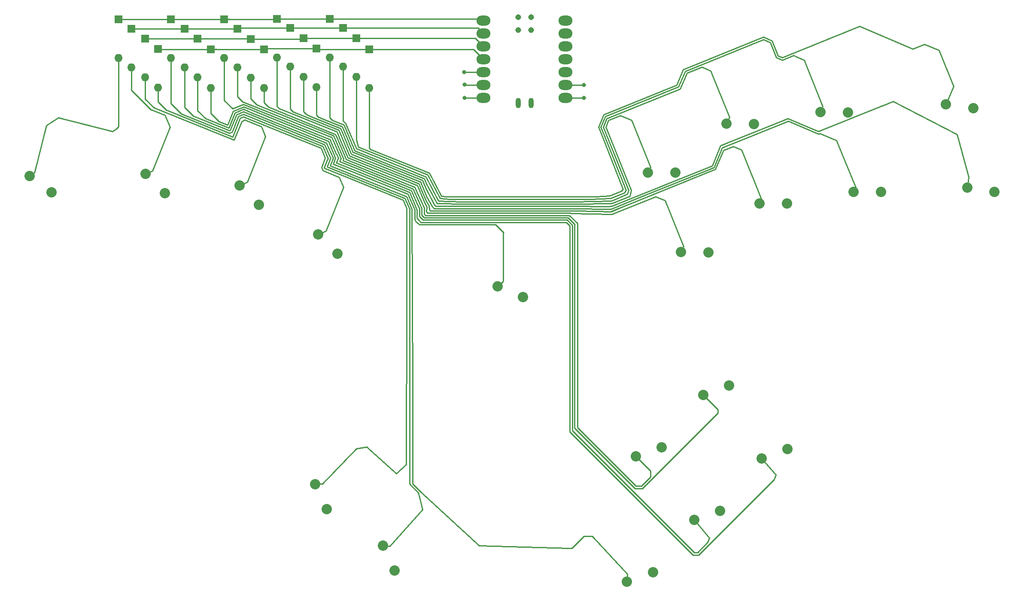
<source format=gbr>
%TF.GenerationSoftware,KiCad,Pcbnew,(6.0.4-0)*%
%TF.CreationDate,2022-07-27T23:48:03+02:00*%
%TF.ProjectId,ergosmash,6572676f-736d-4617-9368-2e6b69636164,rev?*%
%TF.SameCoordinates,Original*%
%TF.FileFunction,Copper,L1,Top*%
%TF.FilePolarity,Positive*%
%FSLAX46Y46*%
G04 Gerber Fmt 4.6, Leading zero omitted, Abs format (unit mm)*
G04 Created by KiCad (PCBNEW (6.0.4-0)) date 2022-07-27 23:48:03*
%MOMM*%
%LPD*%
G01*
G04 APERTURE LIST*
%TA.AperFunction,ComponentPad*%
%ADD10C,2.032000*%
%TD*%
%TA.AperFunction,SMDPad,CuDef*%
%ADD11C,1.143000*%
%TD*%
%TA.AperFunction,SMDPad,CuDef*%
%ADD12O,1.016000X2.032000*%
%TD*%
%TA.AperFunction,SMDPad,CuDef*%
%ADD13O,2.748280X1.998980*%
%TD*%
%TA.AperFunction,ComponentPad*%
%ADD14R,1.600000X1.600000*%
%TD*%
%TA.AperFunction,ComponentPad*%
%ADD15O,1.600000X1.600000*%
%TD*%
%TA.AperFunction,ViaPad*%
%ADD16C,0.800000*%
%TD*%
%TA.AperFunction,Conductor*%
%ADD17C,0.250000*%
%TD*%
G04 APERTURE END LIST*
D10*
%TO.P,SW20,2,2*%
%TO.N,SW20*%
X228011869Y-56570486D03*
%TO.P,SW20,1,1*%
%TO.N,col4*%
X233378405Y-57351696D03*
%TD*%
%TO.P,SW19,2,2*%
%TO.N,SW19*%
X203241397Y-58122687D03*
%TO.P,SW19,1,1*%
%TO.N,col4*%
X208664430Y-58149417D03*
%TD*%
%TO.P,SW18,2,2*%
%TO.N,SW18*%
X184753977Y-60415123D03*
%TO.P,SW18,1,1*%
%TO.N,col4*%
X190177010Y-60441853D03*
%TD*%
%TO.P,SW17,2,2*%
%TO.N,SW17*%
X169225947Y-70032310D03*
%TO.P,SW17,1,1*%
%TO.N,col4*%
X174648980Y-70059040D03*
%TD*%
%TO.P,SW16,2,2*%
%TO.N,SW16*%
X232221571Y-73041321D03*
%TO.P,SW16,1,1*%
%TO.N,col3*%
X237588107Y-73822531D03*
%TD*%
%TO.P,SW15,2,2*%
%TO.N,SW15*%
X209795147Y-73809891D03*
%TO.P,SW15,1,1*%
%TO.N,col3*%
X215218180Y-73836621D03*
%TD*%
%TO.P,SW14,1,1*%
%TO.N,col3*%
X196656239Y-76159167D03*
%TO.P,SW14,2,2*%
%TO.N,SW14*%
X191233206Y-76132437D03*
%TD*%
%TO.P,SW13,1,1*%
%TO.N,col3*%
X181202729Y-85746245D03*
%TO.P,SW13,2,2*%
%TO.N,SW13*%
X175779696Y-85719515D03*
%TD*%
%TO.P,SW12,1,1*%
%TO.N,col2*%
X171973818Y-124190514D03*
%TO.P,SW12,2,2*%
%TO.N,SW12*%
X166868692Y-126020183D03*
%TD*%
%TO.P,SW11,1,1*%
%TO.N,col2*%
X185244812Y-112029890D03*
%TO.P,SW11,2,2*%
%TO.N,SW11*%
X180139686Y-113859559D03*
%TD*%
%TO.P,SW10,1,1*%
%TO.N,col2*%
X183458857Y-136724230D03*
%TO.P,SW10,2,2*%
%TO.N,SW10*%
X178353731Y-138553899D03*
%TD*%
%TO.P,SW9,1,1*%
%TO.N,col2*%
X196729847Y-124563605D03*
%TO.P,SW9,2,2*%
%TO.N,SW9*%
X191624721Y-126393274D03*
%TD*%
%TO.P,SW7,1,1*%
%TO.N,col1*%
X144588470Y-94575535D03*
%TO.P,SW7,2,2*%
%TO.N,SW8*%
X139588470Y-92475535D03*
%TD*%
%TO.P,SW7,1,1*%
%TO.N,col1*%
X170210152Y-148864430D03*
%TO.P,SW7,2,2*%
%TO.N,SW7*%
X165105026Y-150694099D03*
%TD*%
%TO.P,SW6,1,1*%
%TO.N,col1*%
X119314872Y-148544527D03*
%TO.P,SW6,2,2*%
%TO.N,SW6*%
X117004323Y-143638270D03*
%TD*%
%TO.P,SW5,2,2*%
%TO.N,SW5*%
X103586235Y-131535711D03*
%TO.P,SW5,1,1*%
%TO.N,col1*%
X105896784Y-136441968D03*
%TD*%
%TO.P,SW4,2,2*%
%TO.N,SW4*%
X104183724Y-82199424D03*
%TO.P,SW4,1,1*%
%TO.N,col0*%
X108032969Y-86019543D03*
%TD*%
%TO.P,SW3,2,2*%
%TO.N,SW3*%
X88701943Y-72539485D03*
%TO.P,SW3,1,1*%
%TO.N,col0*%
X92551188Y-76359604D03*
%TD*%
%TO.P,SW2,2,2*%
%TO.N,SW2*%
X70158695Y-70270582D03*
%TO.P,SW2,1,1*%
%TO.N,col0*%
X74007940Y-74090701D03*
%TD*%
%TO.P,SW1,2,2*%
%TO.N,SW1*%
X47290051Y-70706102D03*
%TO.P,SW1,1,1*%
%TO.N,col0*%
X51633494Y-73953333D03*
%TD*%
D11*
%TO.P,U1,20,GND*%
%TO.N,unconnected-(U1-Pad20)*%
X146212864Y-41895990D03*
%TO.P,U1,19,RESET*%
%TO.N,unconnected-(U1-Pad19)*%
X143672864Y-41895990D03*
%TO.P,U1,18,PA30_SWCLK*%
%TO.N,unconnected-(U1-Pad18)*%
X146212864Y-39355990D03*
%TO.P,U1,17,PA31_SWDIO*%
%TO.N,unconnected-(U1-Pad17)*%
X143672864Y-39355990D03*
D12*
%TO.P,U1,16,GND*%
%TO.N,unconnected-(U1-Pad16)*%
X146224061Y-56360177D03*
%TO.P,U1,15,5V*%
%TO.N,unconnected-(U1-Pad15)*%
X143674061Y-56360177D03*
D13*
%TO.P,U1,1,PA02_A0_D0*%
%TO.N,row0*%
X136807181Y-40042357D03*
%TO.P,U1,2,PA4_A1_D1*%
%TO.N,row1*%
X136807181Y-42582357D03*
%TO.P,U1,3,PA10_A2_D2*%
%TO.N,row2*%
X136807181Y-45122357D03*
%TO.P,U1,4,PA11_A3_D3*%
%TO.N,row3*%
X136807181Y-47662357D03*
%TO.P,U1,5,PA8_A4_D4_SDA*%
%TO.N,col0*%
X136807181Y-50202357D03*
%TO.P,U1,6,PA9_A5_D5_SCL*%
%TO.N,col1*%
X136807181Y-52742357D03*
%TO.P,U1,7,PB08_A6_D6_TX*%
%TO.N,col2*%
X136807181Y-55282357D03*
%TO.P,U1,8,PB09_A7_D7_RX*%
%TO.N,col3*%
X152971741Y-55282357D03*
%TO.P,U1,9,PA7_A8_D8_SCK*%
%TO.N,col4*%
X152971741Y-52742357D03*
%TO.P,U1,10,PA5_A9_D9_MISO*%
%TO.N,unconnected-(U1-Pad10)*%
X152971741Y-50202357D03*
%TO.P,U1,11,PA6_A10_D10_MOSI*%
%TO.N,unconnected-(U1-Pad11)*%
X152971741Y-47662357D03*
%TO.P,U1,12,3V3*%
%TO.N,unconnected-(U1-Pad12)*%
X152971741Y-45122357D03*
%TO.P,U1,13,GND*%
%TO.N,unconnected-(U1-Pad13)*%
X152971741Y-42582357D03*
%TO.P,U1,14,5V*%
%TO.N,unconnected-(U1-Pad14)*%
X152971741Y-40042357D03*
%TD*%
D14*
%TO.P,D20,1,K*%
%TO.N,row3*%
X114300000Y-45731866D03*
D15*
%TO.P,D20,2,A*%
%TO.N,SW20*%
X114300000Y-53351866D03*
%TD*%
%TO.P,D19,2,A*%
%TO.N,SW19*%
X111700000Y-51161864D03*
D14*
%TO.P,D19,1,K*%
%TO.N,row2*%
X111700000Y-43541864D03*
%TD*%
D15*
%TO.P,D18,2,A*%
%TO.N,SW18*%
X109100000Y-49161865D03*
D14*
%TO.P,D18,1,K*%
%TO.N,row1*%
X109100000Y-41541865D03*
%TD*%
D15*
%TO.P,D17,2,A*%
%TO.N,SW17*%
X106500000Y-47351868D03*
D14*
%TO.P,D17,1,K*%
%TO.N,row0*%
X106500000Y-39731868D03*
%TD*%
D15*
%TO.P,D16,2,A*%
%TO.N,SW16*%
X103900000Y-53161866D03*
D14*
%TO.P,D16,1,K*%
%TO.N,row3*%
X103900000Y-45541866D03*
%TD*%
D15*
%TO.P,D15,2,A*%
%TO.N,SW15*%
X101300000Y-51161867D03*
D14*
%TO.P,D15,1,K*%
%TO.N,row2*%
X101300000Y-43541867D03*
%TD*%
D15*
%TO.P,D14,2,A*%
%TO.N,SW14*%
X98700000Y-49161865D03*
D14*
%TO.P,D14,1,K*%
%TO.N,row1*%
X98700000Y-41541865D03*
%TD*%
D15*
%TO.P,D13,2,A*%
%TO.N,SW13*%
X96100000Y-47351864D03*
D14*
%TO.P,D13,1,K*%
%TO.N,row0*%
X96100000Y-39731864D03*
%TD*%
D15*
%TO.P,D12,2,A*%
%TO.N,SW12*%
X93500000Y-53351866D03*
D14*
%TO.P,D12,1,K*%
%TO.N,row3*%
X93500000Y-45731866D03*
%TD*%
D15*
%TO.P,D11,2,A*%
%TO.N,SW11*%
X90900000Y-51351868D03*
D14*
%TO.P,D11,1,K*%
%TO.N,row2*%
X90900000Y-43731868D03*
%TD*%
D15*
%TO.P,D10,2,A*%
%TO.N,SW10*%
X88300000Y-49281869D03*
D14*
%TO.P,D10,1,K*%
%TO.N,row1*%
X88300000Y-41661869D03*
%TD*%
D15*
%TO.P,D9,2,A*%
%TO.N,SW9*%
X85700000Y-47471865D03*
D14*
%TO.P,D9,1,K*%
%TO.N,row0*%
X85700000Y-39851865D03*
%TD*%
D15*
%TO.P,D8,2,A*%
%TO.N,SW8*%
X83047150Y-53351868D03*
D14*
%TO.P,D8,1,K*%
%TO.N,row3*%
X83047150Y-45731868D03*
%TD*%
D15*
%TO.P,D7,2,A*%
%TO.N,SW7*%
X80447156Y-51281864D03*
D14*
%TO.P,D7,1,K*%
%TO.N,row2*%
X80447156Y-43661864D03*
%TD*%
D15*
%TO.P,D6,2,A*%
%TO.N,SW6*%
X77847152Y-49281867D03*
D14*
%TO.P,D6,1,K*%
%TO.N,row1*%
X77847152Y-41661867D03*
%TD*%
%TO.P,D5,1,K*%
%TO.N,row0*%
X75200000Y-39851868D03*
D15*
%TO.P,D5,2,A*%
%TO.N,SW5*%
X75200000Y-47471868D03*
%TD*%
D14*
%TO.P,D4,1,K*%
%TO.N,row3*%
X72600000Y-45661866D03*
D15*
%TO.P,D4,2,A*%
%TO.N,SW4*%
X72600000Y-53281866D03*
%TD*%
D14*
%TO.P,D3,1,K*%
%TO.N,row2*%
X70100000Y-43661864D03*
D15*
%TO.P,D3,2,A*%
%TO.N,SW3*%
X70100000Y-51281864D03*
%TD*%
D14*
%TO.P,D2,1,K*%
%TO.N,row1*%
X67400000Y-41661866D03*
D15*
%TO.P,D2,2,A*%
%TO.N,SW2*%
X67400000Y-49281866D03*
%TD*%
%TO.P,D1,2,A*%
%TO.N,SW1*%
X64800000Y-47471866D03*
D14*
%TO.P,D1,1,K*%
%TO.N,row0*%
X64800000Y-39851866D03*
%TD*%
D16*
%TO.N,col3*%
X156617643Y-55282357D03*
%TO.N,col4*%
X156642357Y-52742357D03*
%TO.N,col2*%
X133094797Y-55282355D03*
%TO.N,col1*%
X133084171Y-52692984D03*
%TO.N,col0*%
X132993543Y-50202355D03*
%TD*%
D17*
%TO.N,col2*%
X136807181Y-55282357D02*
X133094799Y-55282357D01*
X133094799Y-55282357D02*
X133094797Y-55282355D01*
%TO.N,col1*%
X136807181Y-52742357D02*
X133133544Y-52742357D01*
X133133544Y-52742357D02*
X133084171Y-52692984D01*
%TO.N,col0*%
X136807181Y-50202357D02*
X132993545Y-50202357D01*
X132993545Y-50202357D02*
X132993543Y-50202355D01*
%TO.N,row3*%
X114300000Y-45731866D02*
X134876690Y-45731866D01*
X134876690Y-45731866D02*
X136807181Y-47662357D01*
%TO.N,row2*%
X111700000Y-43541864D02*
X135226688Y-43541864D01*
X135226688Y-43541864D02*
X136807181Y-45122357D01*
%TO.N,row1*%
X109100000Y-41541865D02*
X135766689Y-41541865D01*
X135766689Y-41541865D02*
X136807181Y-42582357D01*
%TO.N,row0*%
X106500000Y-39731868D02*
X136496692Y-39731868D01*
X136496692Y-39731868D02*
X136807181Y-40042357D01*
%TO.N,row3*%
X83047150Y-45731868D02*
X72670002Y-45731868D01*
X72670002Y-45731868D02*
X72600000Y-45661866D01*
X93500000Y-45731866D02*
X83047152Y-45731866D01*
X83047152Y-45731866D02*
X83047150Y-45731868D01*
X103900000Y-45541866D02*
X93690000Y-45541866D01*
X93690000Y-45541866D02*
X93500000Y-45731866D01*
X114300000Y-45731866D02*
X104090000Y-45731866D01*
X104090000Y-45731866D02*
X103900000Y-45541866D01*
%TO.N,row2*%
X101300000Y-43541867D02*
X111699997Y-43541867D01*
X111699997Y-43541867D02*
X111700000Y-43541864D01*
X90900000Y-43731868D02*
X101109999Y-43731868D01*
X101109999Y-43731868D02*
X101300000Y-43541867D01*
X80447156Y-43661864D02*
X90829996Y-43661864D01*
X90829996Y-43661864D02*
X90900000Y-43731868D01*
X70100000Y-43661864D02*
X80447156Y-43661864D01*
%TO.N,row1*%
X77847152Y-41661867D02*
X67400000Y-41661866D01*
X88300000Y-41661869D02*
X77847154Y-41661869D01*
X77847154Y-41661869D02*
X77847152Y-41661867D01*
X98700000Y-41541865D02*
X88420004Y-41541865D01*
X88420004Y-41541865D02*
X88300000Y-41661869D01*
X109100000Y-41541865D02*
X98700000Y-41541865D01*
%TO.N,row0*%
X96100000Y-39731864D02*
X106499996Y-39731864D01*
X106499996Y-39731864D02*
X106500000Y-39731868D01*
X85700000Y-39851865D02*
X95979999Y-39851865D01*
X95979999Y-39851865D02*
X96100000Y-39731864D01*
X75200000Y-39851868D02*
X85699997Y-39851868D01*
X85699997Y-39851868D02*
X85700000Y-39851865D01*
X64800000Y-39851866D02*
X75199998Y-39851866D01*
X75199998Y-39851866D02*
X75200000Y-39851868D01*
%TO.N,row3*%
X83977152Y-45661867D02*
X84047150Y-45731868D01*
X136807181Y-47607181D02*
X136807181Y-47662357D01*
X103857147Y-45731862D02*
X104047151Y-45541866D01*
X113857152Y-45541865D02*
X114047150Y-45731866D01*
%TO.N,row2*%
X91477152Y-43661864D02*
X91547152Y-43731868D01*
X101357152Y-43731867D02*
X101547151Y-43541867D01*
%TO.N,row1*%
X98927152Y-41661870D02*
X99047151Y-41541865D01*
%TO.N,row0*%
X86547151Y-39851865D02*
X86667151Y-39731866D01*
%TO.N,SW1*%
X63681586Y-61888000D02*
X64395565Y-61395565D01*
X64800000Y-47471866D02*
X64800000Y-60991130D01*
X64800000Y-60991130D02*
X64395565Y-61395565D01*
%TO.N,SW2*%
X67400000Y-49281866D02*
X67400000Y-53765280D01*
X67400000Y-53765280D02*
X71185834Y-57551114D01*
X71185834Y-57551114D02*
X73967384Y-58674932D01*
X73967384Y-58674932D02*
X74977742Y-61055190D01*
X71481311Y-69709164D02*
X70158693Y-70270584D01*
X74977742Y-61055190D02*
X71481311Y-69709164D01*
%TO.N,SW3*%
X70100000Y-51281864D02*
X70100000Y-55538103D01*
X70100000Y-55538103D02*
X71836723Y-57274826D01*
X90191977Y-71907005D02*
X88701942Y-72539486D01*
X89097281Y-59934402D02*
X89748176Y-59658112D01*
X87598853Y-63643138D02*
X89097281Y-59934402D01*
X71836723Y-57274826D02*
X87598853Y-63643138D01*
X89748176Y-59658112D02*
X92993315Y-60969237D01*
X92993315Y-60969237D02*
X93822184Y-62921922D01*
X93822184Y-62921922D02*
X90191977Y-71907005D01*
%TO.N,SW4*%
X72600000Y-53281866D02*
X72600000Y-56096002D01*
X72600000Y-56096002D02*
X74190577Y-57686579D01*
X105126361Y-69646174D02*
X108371503Y-70957296D01*
X109200369Y-72909985D02*
X105708728Y-81552100D01*
X74190577Y-57686579D02*
X87322566Y-62992242D01*
X104770420Y-65188226D02*
X105599286Y-67140912D01*
X104850072Y-68995279D02*
X105126361Y-69646174D01*
X87322566Y-62992242D02*
X88820993Y-59283504D01*
X105599286Y-67140912D02*
X104850072Y-68995279D01*
X89471887Y-59007219D02*
X104770420Y-65188226D01*
X108371503Y-70957296D02*
X109200369Y-72909985D01*
X88820993Y-59283504D02*
X89471887Y-59007219D01*
X105708728Y-81552100D02*
X104183724Y-82199426D01*
%TO.N,SW5*%
X75200000Y-47471868D02*
X75200000Y-56440687D01*
X75200000Y-56440687D02*
X77161326Y-58402013D01*
X77161326Y-58402013D02*
X86690818Y-62252177D01*
X86690818Y-62252177D02*
X87229053Y-62023707D01*
X119588470Y-129398094D02*
X113737023Y-124146646D01*
X89467638Y-58520677D02*
X105111452Y-64841187D01*
X105403760Y-69058412D02*
X105459017Y-69188590D01*
X105023153Y-131460515D02*
X105021108Y-131460514D01*
X88473956Y-58942472D02*
X89467638Y-58520677D01*
X120942987Y-75444518D02*
X121621737Y-77043553D01*
X105021108Y-131460514D02*
X103586235Y-131535713D01*
X105928212Y-67760352D02*
X105403760Y-69058412D01*
X87229053Y-62023707D02*
X88473956Y-58942472D01*
X113737023Y-124146646D02*
X111737021Y-124446645D01*
X105111452Y-64841187D02*
X106134174Y-67250571D01*
X106134174Y-67250571D02*
X105928212Y-67760352D01*
X105459017Y-69188590D02*
X108657629Y-70480914D01*
X108657629Y-70480914D02*
X120942987Y-75444518D01*
X121621737Y-77043553D02*
X121621736Y-110959576D01*
X121621736Y-110959576D02*
X121588472Y-112375536D01*
X121588472Y-112375536D02*
X121537020Y-127646645D01*
X121537020Y-127646645D02*
X119588470Y-129398094D01*
X111737021Y-124446645D02*
X105023153Y-131460515D01*
%TO.N,SW6*%
X77847152Y-49281867D02*
X77847152Y-57188492D01*
X86686569Y-61765638D02*
X86882020Y-61682676D01*
X90062760Y-58276299D02*
X105452486Y-64494154D01*
X124037020Y-133246644D02*
X124037021Y-133546645D01*
X86882020Y-61682676D02*
X88126917Y-58601442D01*
X122237022Y-131446644D02*
X124037020Y-133246644D01*
X77847152Y-57188492D02*
X79534787Y-58876127D01*
X106588070Y-67327113D02*
X105984020Y-68822196D01*
X89463394Y-58034144D02*
X90062760Y-58276299D01*
X121284022Y-75097483D02*
X122196229Y-77246506D01*
X105452486Y-64494154D02*
X106620712Y-67246327D01*
X88126917Y-58601442D02*
X89463394Y-58034144D01*
X106620712Y-67246327D02*
X106588070Y-67327113D01*
X79534787Y-58876127D02*
X86686569Y-61765638D01*
X105984020Y-68822196D02*
X106032019Y-68935272D01*
X106032019Y-68935272D02*
X107330668Y-69459960D01*
X122196229Y-77246506D02*
X122196227Y-131405852D01*
X107330668Y-69459960D02*
X121284022Y-75097483D01*
X122196227Y-131405852D02*
X122237022Y-131446644D01*
%TO.N,SW7*%
X80447156Y-51281864D02*
X80447156Y-57829681D01*
X80447156Y-57829681D02*
X82008039Y-59390564D01*
X82008039Y-59390564D02*
X86552710Y-61226734D01*
X122682769Y-77242261D02*
X122862745Y-112259974D01*
X86552710Y-61226734D02*
X86587349Y-61212032D01*
X86587349Y-61212032D02*
X87779878Y-58260412D01*
X153737022Y-144146646D02*
X154237021Y-144146644D01*
X106536661Y-68654341D02*
X121625056Y-74750443D01*
X87779878Y-58260412D02*
X89459146Y-57547602D01*
X89459146Y-57547602D02*
X91158333Y-58234117D01*
X91158333Y-58234117D02*
X105853462Y-64171333D01*
X105853462Y-64171333D02*
X107131470Y-67182138D01*
X107131470Y-67182138D02*
X106536661Y-68654341D01*
X121625056Y-74750443D02*
X122682769Y-77242261D01*
X122862745Y-112259974D02*
X122862746Y-131436652D01*
X158580577Y-142070047D02*
X165132001Y-149219670D01*
X122862746Y-131436652D02*
X124454881Y-133028786D01*
X124454881Y-133028786D02*
X135937022Y-143646646D01*
X135937022Y-143646646D02*
X153737022Y-144146646D01*
X154237021Y-144146644D02*
X156637022Y-141746644D01*
X156637022Y-141746644D02*
X158257174Y-141746647D01*
X165132001Y-149219670D02*
X165069325Y-150655140D01*
X158257174Y-141746647D02*
X158580577Y-142070047D01*
%TO.N,SW8*%
X83047150Y-53351868D02*
X83047150Y-58379896D01*
X83047150Y-58379896D02*
X84633916Y-59966662D01*
%TO.N,SW9*%
X85700000Y-47471865D02*
X85700000Y-55795300D01*
X85700000Y-55795300D02*
X87364672Y-57459972D01*
%TO.N,SW10*%
X88300000Y-49281869D02*
X88300000Y-55017779D01*
X88300000Y-55017779D02*
X89318552Y-56036331D01*
%TO.N,SW11*%
X90900000Y-51351868D02*
X90900000Y-55471730D01*
X90900000Y-55471730D02*
X92105970Y-56677700D01*
%TO.N,SW12*%
X93500000Y-53351866D02*
X93500000Y-56235031D01*
X93500000Y-56235031D02*
X94374317Y-57109348D01*
%TO.N,SW13*%
X96100000Y-47351864D02*
X96100000Y-56967042D01*
X96100000Y-56967042D02*
X96547152Y-57414194D01*
%TO.N,SW14*%
X98700000Y-49161865D02*
X98700000Y-57513858D01*
X98700000Y-57513858D02*
X99178746Y-57992604D01*
%TO.N,SW15*%
X101300000Y-51161867D02*
X101300000Y-58006524D01*
X101300000Y-58006524D02*
X101837021Y-58543545D01*
%TO.N,SW16*%
X103900000Y-58720973D02*
X104251517Y-59072490D01*
X103900000Y-53161866D02*
X103900000Y-58720973D01*
%TO.N,SW17*%
X106500000Y-47351868D02*
X106500000Y-59174782D01*
X107039170Y-59713952D02*
X109288245Y-60622637D01*
X125521327Y-72211068D02*
X127637020Y-76148882D01*
X109552305Y-61244724D02*
X111433409Y-65676325D01*
X109288245Y-60622637D02*
X109552305Y-61244724D01*
X160922166Y-61047470D02*
X161474743Y-59745679D01*
X106500000Y-59174782D02*
X107039170Y-59713952D01*
X161474743Y-59745679D02*
X163792703Y-58809163D01*
X133237021Y-76229855D02*
X154708077Y-76229855D01*
X111433409Y-65676325D02*
X125089497Y-71193743D01*
X125089497Y-71193743D02*
X125521327Y-72211068D01*
X162051455Y-76122107D02*
X165667472Y-74661142D01*
X163792703Y-58809163D02*
X166005746Y-59748544D01*
X127637020Y-76148882D02*
X133237021Y-76229855D01*
X154708077Y-76229855D02*
X162051455Y-76122107D01*
X166005746Y-59748544D02*
X169704837Y-68904115D01*
X165667472Y-74661142D02*
X165941894Y-73471733D01*
X165941894Y-73471733D02*
X160922166Y-61047470D01*
X169704837Y-68904115D02*
X169225947Y-70032311D01*
%TO.N,SW18*%
X109629277Y-60275601D02*
X109657622Y-60342378D01*
X109657622Y-60342378D02*
X111774441Y-65329288D01*
X109100000Y-59784756D02*
X109657622Y-60342378D01*
X109100000Y-49161865D02*
X109100000Y-59784756D01*
%TO.N,SW19*%
X111700000Y-51161864D02*
X111700000Y-63500000D01*
X111700000Y-63500000D02*
X112100000Y-64900000D01*
%TO.N,SW20*%
X114300000Y-53351866D02*
X114300000Y-65211862D01*
X114300000Y-65211862D02*
X114537020Y-65448882D01*
%TO.N,SW10*%
X179050824Y-144997123D02*
X178387500Y-144997124D01*
%TO.N,col3*%
X152971741Y-55282357D02*
X156617643Y-55282357D01*
%TO.N,col4*%
X152971741Y-52742357D02*
X156642357Y-52742357D01*
%TO.N,SW20*%
X130028462Y-74757441D02*
X159046221Y-74757441D01*
X161700000Y-74600000D02*
X164000000Y-73700000D01*
X229513997Y-53031696D02*
X228011869Y-56570487D01*
X176210192Y-49694774D02*
X191980729Y-43323064D01*
X159046221Y-74757441D02*
X161700000Y-74600000D01*
X164000000Y-73700000D02*
X164300000Y-73300000D01*
X164300000Y-73300000D02*
X160064600Y-62524857D01*
X221461542Y-45647666D02*
X223779501Y-44711149D01*
X159462550Y-61034732D02*
X160507435Y-58573139D01*
X174911899Y-52753358D02*
X176210192Y-49694774D01*
X195717337Y-47367313D02*
X210982753Y-41199684D01*
X160064600Y-62524857D02*
X159462550Y-61034732D01*
X160507435Y-58573139D02*
X174911899Y-52753358D01*
X191980729Y-43323064D02*
X193689775Y-44048511D01*
X193689775Y-44048511D02*
X194888516Y-47015499D01*
X210982753Y-41199684D02*
X221461542Y-45647666D01*
X194888516Y-47015499D02*
X195717337Y-47367313D01*
X223779501Y-44711149D02*
X226643440Y-45926819D01*
X226643440Y-45926819D02*
X229513997Y-53031696D01*
%TO.N,SW19*%
X132232855Y-75253048D02*
X157845170Y-75253048D01*
X161862104Y-75100000D02*
X164600000Y-74000000D01*
X164600000Y-74000000D02*
X164900000Y-73500000D01*
X157845170Y-75253048D02*
X161862104Y-75100000D01*
X164900000Y-73500000D02*
X160668105Y-62818606D01*
X160668105Y-62818606D02*
X159949089Y-61038978D01*
X159949089Y-61038978D02*
X160848467Y-58920176D01*
X160848467Y-58920176D02*
X175252932Y-53100395D01*
X175252932Y-53100395D02*
X176551225Y-50041811D01*
X176551225Y-50041811D02*
X191976483Y-43809603D01*
X191976483Y-43809603D02*
X193342738Y-44389543D01*
X193342738Y-44389543D02*
X194541479Y-47356532D01*
X194541479Y-47356532D02*
X195713090Y-47853851D01*
X195713090Y-47853851D02*
X197938332Y-46954796D01*
X197938332Y-46954796D02*
X200021196Y-47838919D01*
X200021196Y-47838919D02*
X203720288Y-56994492D01*
X203720288Y-56994492D02*
X203241397Y-58122687D01*
%TO.N,SW18*%
X111774441Y-65329288D02*
X125430528Y-70846706D01*
X128237021Y-75648882D02*
X129541677Y-75726855D01*
X129541677Y-75726855D02*
X133240272Y-75780335D01*
X127937021Y-75648882D02*
X128237021Y-75648882D01*
X125430528Y-70846706D02*
X127937021Y-75648882D01*
X133240272Y-75780335D02*
X154704770Y-75780335D01*
X154704770Y-75780335D02*
X162000000Y-75600000D01*
X162000000Y-75600000D02*
X165200000Y-74300000D01*
X165200000Y-74300000D02*
X165400000Y-73500000D01*
X165400000Y-73500000D02*
X162565714Y-66315374D01*
X162565714Y-66315374D02*
X160435627Y-61043223D01*
X160435627Y-61043223D02*
X161133711Y-59398642D01*
X179859245Y-49190107D02*
X181615817Y-49935728D01*
X181615817Y-49935728D02*
X185315395Y-59092506D01*
X185315395Y-59092506D02*
X184753978Y-60415124D01*
X175584981Y-53559950D02*
X175566071Y-53513146D01*
X161133711Y-59398642D02*
X175584981Y-53559950D01*
X176892257Y-50388849D02*
X179859245Y-49190107D01*
X175566071Y-53513146D02*
X176892257Y-50388849D01*
%TO.N,SW20*%
X114537020Y-65448882D02*
X126112594Y-70152632D01*
X126112594Y-70152632D02*
X128537021Y-74701587D01*
X128537021Y-74701587D02*
X129537021Y-74748882D01*
X129537021Y-74748882D02*
X130028462Y-74757441D01*
%TO.N,SW13*%
X108471504Y-63316661D02*
X110060922Y-67061096D01*
X125593662Y-76789401D02*
X125537020Y-77748882D01*
X176258586Y-84591320D02*
X175779696Y-85719515D01*
X96547152Y-57414194D02*
X107915761Y-62007410D01*
X107915761Y-62007410D02*
X108471504Y-63316661D01*
X123720990Y-72580124D02*
X125169397Y-75970866D01*
X172596956Y-75528467D02*
X176258586Y-84591320D01*
X125169397Y-75970866D02*
X125593662Y-76789401D01*
X125816074Y-78027935D02*
X153954027Y-78027935D01*
X153954027Y-78027935D02*
X153970719Y-78069248D01*
X125537020Y-77748882D02*
X125816074Y-78027935D01*
X110060922Y-67061096D02*
X123720990Y-72580124D01*
X153970719Y-78069248D02*
X162151639Y-78238700D01*
X162151639Y-78238700D02*
X170774449Y-74754858D01*
X170774449Y-74754858D02*
X172596956Y-75528467D01*
%TO.N,SW14*%
X155427256Y-77612069D02*
X162057055Y-77737647D01*
X155155380Y-77614061D02*
X155427256Y-77612069D01*
X99178746Y-57992604D02*
X108265149Y-61663748D01*
X108265149Y-61663748D02*
X110410312Y-66717435D01*
X110410312Y-66717435D02*
X124063952Y-72233865D01*
X124063952Y-72233865D02*
X124388707Y-72998937D01*
X124388707Y-72998937D02*
X125555321Y-75729997D01*
X126032570Y-76548882D02*
X126137020Y-77348882D01*
X126137020Y-77348882D02*
X126337021Y-77548882D01*
X125555321Y-75729997D02*
X126032570Y-76548882D01*
X126337021Y-77548882D02*
X126637021Y-77578415D01*
X126637021Y-77578415D02*
X154166553Y-77578415D01*
X154166553Y-77578415D02*
X155155380Y-77614061D01*
X162057055Y-77737647D02*
X164152736Y-76837343D01*
X164163745Y-76811409D02*
X182559800Y-69378920D01*
X182559800Y-69378920D02*
X184131700Y-65675757D01*
X184131700Y-65675757D02*
X186078786Y-64889083D01*
X187718443Y-65585077D02*
X191615744Y-75231235D01*
X186078786Y-64889083D02*
X187718443Y-65585077D01*
X191615744Y-75231235D02*
X191233206Y-76132437D01*
X164152736Y-76837343D02*
X164163745Y-76811409D01*
X162048871Y-77687360D02*
X164152736Y-76837343D01*
%TO.N,SW16*%
X129098282Y-76679374D02*
X154538949Y-76679375D01*
X104237021Y-59048882D02*
X104738255Y-59269144D01*
X104738255Y-59269144D02*
X108947213Y-60969675D01*
X108947213Y-60969675D02*
X109691098Y-62722155D01*
X109691098Y-62722155D02*
X111092378Y-66023362D01*
X111092378Y-66023362D02*
X111257773Y-66090187D01*
X111257773Y-66090187D02*
X124748465Y-71540780D01*
X230210537Y-62497149D02*
X232504970Y-70845537D01*
X124748465Y-71540780D02*
X125107541Y-72386710D01*
X125107541Y-72386710D02*
X125106896Y-72388304D01*
X125106896Y-72388304D02*
X125327928Y-72909020D01*
X125327928Y-72909020D02*
X125355164Y-72972782D01*
X125355164Y-72972782D02*
X126937020Y-76148882D01*
X126937020Y-76148882D02*
X127337021Y-76648882D01*
X127337021Y-76648882D02*
X129098282Y-76679374D01*
X154538949Y-76679375D02*
X161013756Y-76757072D01*
X161422090Y-76699948D02*
X162146040Y-76623160D01*
X161013756Y-76757072D02*
X161422090Y-76699948D01*
X162146040Y-76623160D02*
X181895056Y-68644040D01*
X181895056Y-68644040D02*
X183552788Y-64738668D01*
X183552788Y-64738668D02*
X196811517Y-59381794D01*
X196811517Y-59381794D02*
X202849286Y-61944675D01*
X202849286Y-61944675D02*
X215481146Y-56841072D01*
X215481146Y-56841072D02*
X215502172Y-56791539D01*
X215502172Y-56791539D02*
X217541976Y-55967404D01*
X217541976Y-55967404D02*
X230210537Y-62497149D01*
X232504970Y-70845537D02*
X232221571Y-73041321D01*
%TO.N,SW15*%
X126637020Y-76648882D02*
X127037020Y-77128895D01*
X102715493Y-58936719D02*
X108606180Y-61316712D01*
X108606180Y-61316712D02*
X108945766Y-62116723D01*
X154352751Y-77128895D02*
X161962470Y-77236595D01*
X182236089Y-68991076D02*
X183865927Y-65151419D01*
X108945766Y-62116723D02*
X110751344Y-66370399D01*
X124404985Y-71886827D02*
X124550490Y-72229619D01*
X208337463Y-68422401D02*
X208370829Y-68436564D01*
X167321226Y-75017072D02*
X182236089Y-68991076D01*
X110751344Y-66370399D02*
X110996662Y-66469514D01*
X110996662Y-66469514D02*
X124404985Y-71886827D01*
X124550490Y-72229619D02*
X124802245Y-72822716D01*
X125663602Y-74839162D02*
X126637020Y-76648882D01*
X127037020Y-77128895D02*
X154352751Y-77128895D01*
X161962470Y-77236595D02*
X167321226Y-75017072D01*
X183865927Y-65151419D02*
X196872985Y-59896227D01*
X196872985Y-59896227D02*
X202845040Y-62431213D01*
X124802245Y-72822716D02*
X125663602Y-74839162D01*
X202845040Y-62431213D02*
X203190319Y-62291712D01*
X203190319Y-62291712D02*
X206413229Y-63659756D01*
X101837021Y-58543545D02*
X102715493Y-58936719D01*
X206413229Y-63659756D02*
X208337463Y-68422401D01*
X208370829Y-68436564D02*
X210177685Y-72908690D01*
X210177685Y-72908690D02*
X209795147Y-73809892D01*
%TO.N,SW19*%
X112115475Y-64982251D02*
X125771561Y-70499668D01*
X125771561Y-70499668D02*
X128237021Y-75148882D01*
X128237021Y-75148882D02*
X130137021Y-75248882D01*
X130137021Y-75248882D02*
X132232855Y-75253048D01*
%TO.N,SW8*%
X139658212Y-92495221D02*
X140674212Y-91479221D01*
X140674211Y-81989796D02*
X140788473Y-81875535D01*
X107618010Y-67177892D02*
X106194494Y-63824297D01*
X140674212Y-91479221D02*
X140674211Y-81989796D01*
X107159423Y-68312927D02*
X107618010Y-67177892D01*
X123437021Y-79648882D02*
X123237020Y-79148882D01*
X121910649Y-74272808D02*
X107159423Y-68312927D01*
X124188472Y-80275534D02*
X123437021Y-79648882D01*
X123237020Y-79148882D02*
X123225093Y-77369442D01*
X140788473Y-81875535D02*
X139188470Y-80275534D01*
X123225093Y-77369442D02*
X121910649Y-74272808D01*
X139188470Y-80275534D02*
X124188472Y-80275534D01*
X106194494Y-63824297D02*
X89800181Y-57200566D01*
X89800181Y-57200566D02*
X89454900Y-57061067D01*
X89454900Y-57061067D02*
X87432845Y-57919376D01*
X87432845Y-57919376D02*
X86328986Y-60651519D01*
X86328986Y-60651519D02*
X84633916Y-59966662D01*
%TO.N,SW9*%
X87364672Y-57459972D02*
X89450657Y-56574529D01*
X89450657Y-56574529D02*
X106535524Y-63477262D01*
X107760493Y-66363103D02*
X107821790Y-66387869D01*
X106535524Y-63477262D02*
X106681034Y-63820053D01*
X106681034Y-63820053D02*
X107760493Y-66363103D01*
X108153338Y-67168941D02*
X107784913Y-68080818D01*
X107784913Y-68080818D02*
X122251681Y-73925774D01*
X107821790Y-66387869D02*
X108153338Y-67168941D01*
X122251681Y-73925774D02*
X122946162Y-75561860D01*
X122946162Y-75561860D02*
X123714902Y-77372904D01*
X123714902Y-77372904D02*
X123714903Y-79024526D01*
X123714903Y-79024526D02*
X124037020Y-79348882D01*
X124037020Y-79348882D02*
X124437021Y-79826015D01*
X124437021Y-79826015D02*
X153116394Y-79826013D01*
X153116394Y-79826013D02*
X153837020Y-80546645D01*
X153837020Y-80546645D02*
X153837022Y-121146645D01*
X153837022Y-121146645D02*
X178137021Y-145446645D01*
X178137021Y-145446645D02*
X179237021Y-145446646D01*
X179237021Y-145446646D02*
X194137020Y-130546646D01*
X194137020Y-130546646D02*
X194437019Y-129646644D01*
X194437019Y-129646644D02*
X191624722Y-126393275D01*
%TO.N,SW10*%
X154337020Y-120946645D02*
X154337023Y-80410927D01*
X124164422Y-78674048D02*
X124164424Y-77146644D01*
X108667766Y-67230411D02*
X107148686Y-63651678D01*
X107148686Y-63651678D02*
X107087391Y-63626911D01*
X181037023Y-142946644D02*
X179050824Y-144997123D01*
X178387500Y-144997124D02*
X154337020Y-120946645D01*
X181337022Y-142046644D02*
X181037023Y-142946644D01*
X178353728Y-138553898D02*
X181337022Y-142046644D01*
X154337023Y-80410927D02*
X153302588Y-79376495D01*
X153302588Y-79376495D02*
X124866870Y-79376494D01*
X124866870Y-79376494D02*
X124164422Y-78674048D01*
X124164424Y-77146644D02*
X123663860Y-76102204D01*
X123663860Y-76102204D02*
X122592714Y-73578735D01*
X122592714Y-73578735D02*
X108416898Y-67851335D01*
X108416898Y-67851335D02*
X108667766Y-67230411D01*
X107087391Y-63626911D02*
X106876560Y-63130227D01*
X106876560Y-63130227D02*
X89318552Y-56036331D01*
%TO.N,SW12*%
X94374317Y-57109348D02*
X107619923Y-62460919D01*
X107619923Y-62460919D02*
X107910935Y-63146504D01*
X107910935Y-63146504D02*
X109719889Y-67408130D01*
X109719889Y-67408130D02*
X110329896Y-67654591D01*
X110329896Y-67654591D02*
X123274779Y-72884666D01*
X123274779Y-72884666D02*
X123773082Y-74058595D01*
X123773082Y-74058595D02*
X125086541Y-76946647D01*
X125086541Y-76946647D02*
X125086542Y-78196165D01*
X125086542Y-78196165D02*
X125367830Y-78477454D01*
X125367830Y-78477454D02*
X153767830Y-78477455D01*
X153767830Y-78477455D02*
X155337021Y-80046644D01*
X155337021Y-80046644D02*
X155337021Y-120361407D01*
X155337021Y-120361407D02*
X166822260Y-131846645D01*
X166822260Y-131846645D02*
X167937022Y-131846643D01*
X167937022Y-131846643D02*
X169737020Y-130046645D01*
X169737020Y-130046645D02*
X169737022Y-128888509D01*
X169737022Y-128888509D02*
X166868695Y-126020183D01*
%TO.N,SW11*%
X92105970Y-56677700D02*
X107217595Y-62783194D01*
X154786542Y-120446644D02*
X166686540Y-132346645D01*
X166686540Y-132346645D02*
X168137021Y-132346644D01*
X109182200Y-67291877D02*
X109080518Y-67543550D01*
X183037021Y-117446645D02*
X183037021Y-116756894D01*
X183037021Y-116756894D02*
X180139687Y-113859561D01*
X107217595Y-62783194D02*
X107363098Y-63125983D01*
X123660689Y-74944269D02*
X124637021Y-77046644D01*
X168137021Y-132346644D02*
X183037021Y-117446645D01*
X107424396Y-63150750D02*
X109182200Y-67291877D01*
X109080518Y-67543550D02*
X109127186Y-67653485D01*
X109127186Y-67653485D02*
X122933746Y-73231702D01*
X107363098Y-63125983D02*
X107424396Y-63150750D01*
X122933746Y-73231702D02*
X123331667Y-74169146D01*
X123331667Y-74169146D02*
X123660689Y-74944269D01*
X124637021Y-77046644D02*
X124637022Y-78446646D01*
X124637022Y-78446646D02*
X125117351Y-78926976D01*
X125117351Y-78926976D02*
X153517350Y-78926975D01*
X153517350Y-78926975D02*
X154837022Y-80246646D01*
X154837022Y-80246646D02*
X154786543Y-80297126D01*
X154786543Y-80297126D02*
X154786542Y-120446644D01*
%TO.N,SW6*%
X118340812Y-143656967D02*
X124783696Y-136497145D01*
X116905942Y-143732166D02*
X118340812Y-143656967D01*
X124783696Y-136497145D02*
X124070677Y-133702126D01*
%TO.N,col1*%
X133133543Y-52742355D02*
X133084171Y-52692984D01*
%TO.N,col0*%
X132993543Y-50202355D02*
X132984169Y-50192984D01*
%TO.N,SW1*%
X47290048Y-70706105D02*
X48225085Y-70144274D01*
X48225085Y-70144274D02*
X50583895Y-60683608D01*
X50583895Y-60683608D02*
X53008332Y-59226859D01*
X53008332Y-59226859D02*
X63681586Y-61888000D01*
%TD*%
M02*

</source>
